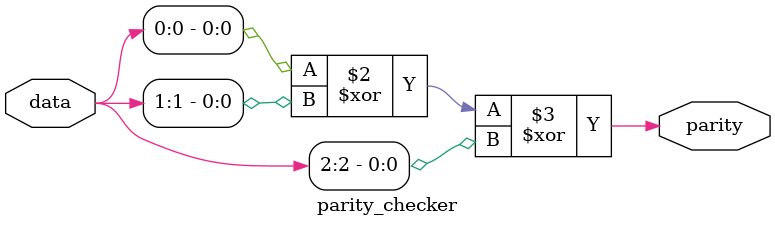
<source format=v>
module parity_checker (
  input [2:0] data,
  output reg parity
);
  
  always @(*) begin
    parity = (data[0] ^ data[1] ^ data[2]);
  end
  
endmodule

</source>
